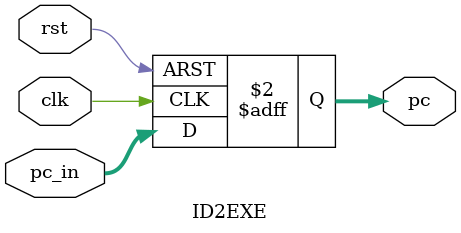
<source format=v>
module ID2EXE (input clk, rst, input[31: 0] pc_in, output reg[31: 0] pc);

  always @ (posedge clk, posedge rst) begin

    if (rst) begin
      pc <= 32'b 0;
    end
    else begin
      pc <= pc_in;
    end

  end

endmodule // ID2EXE

</source>
